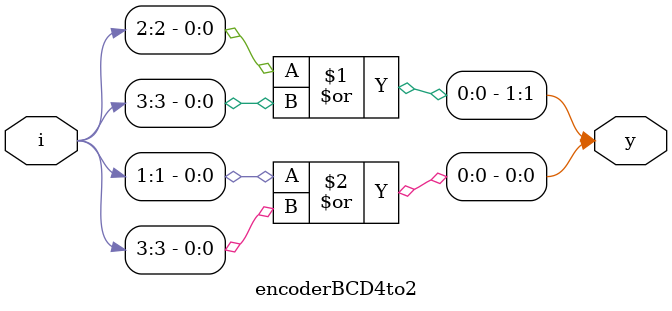
<source format=v>
`ifndef ENCODERBCD4TO2_V_INCLUDED
	`define ENCODERBCD4TO2_V_INCLUDED
	`timescale 1ns / 100ps

	module encoderBCD4to2(y, i);
		output [1:0]y;
		input [3:0]i;
		
		assign y[1] = i[2] | i[3];
		assign y[0] = i[1] | i[3];

	endmodule
`endif

</source>
